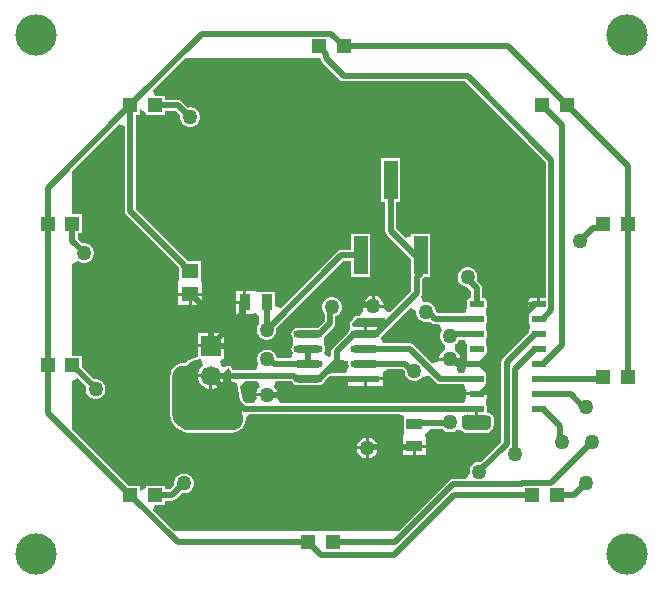
<source format=gtl>
G04*
G04 #@! TF.GenerationSoftware,Altium Limited,Altium Designer,25.2.1 (25)*
G04*
G04 Layer_Physical_Order=1*
G04 Layer_Color=255*
%FSLAX44Y44*%
%MOMM*%
G71*
G04*
G04 #@! TF.SameCoordinates,F4E26A61-E02E-48EF-B3E5-39454B4B8AAE*
G04*
G04*
G04 #@! TF.FilePolarity,Positive*
G04*
G01*
G75*
G04:AMPARAMS|DCode=13|XSize=0.55mm|YSize=1.25mm|CornerRadius=0.0495mm|HoleSize=0mm|Usage=FLASHONLY|Rotation=270.000|XOffset=0mm|YOffset=0mm|HoleType=Round|Shape=RoundedRectangle|*
%AMROUNDEDRECTD13*
21,1,0.5500,1.1510,0,0,270.0*
21,1,0.4510,1.2500,0,0,270.0*
1,1,0.0990,-0.5755,-0.2255*
1,1,0.0990,-0.5755,0.2255*
1,1,0.0990,0.5755,0.2255*
1,1,0.0990,0.5755,-0.2255*
%
%ADD13ROUNDEDRECTD13*%
%ADD14R,1.2000X1.2000*%
%ADD15R,1.4000X0.9500*%
%ADD16R,1.1900X3.3000*%
G04:AMPARAMS|DCode=17|XSize=2.4692mm|YSize=0.6221mm|CornerRadius=0.3111mm|HoleSize=0mm|Usage=FLASHONLY|Rotation=180.000|XOffset=0mm|YOffset=0mm|HoleType=Round|Shape=RoundedRectangle|*
%AMROUNDEDRECTD17*
21,1,2.4692,0.0000,0,0,180.0*
21,1,1.8470,0.6221,0,0,180.0*
1,1,0.6221,-0.9235,0.0000*
1,1,0.6221,0.9235,0.0000*
1,1,0.6221,0.9235,0.0000*
1,1,0.6221,-0.9235,0.0000*
%
%ADD17ROUNDEDRECTD17*%
%ADD18R,2.4692X0.6221*%
%ADD19R,0.9500X1.4000*%
%ADD20R,1.4500X1.2000*%
%ADD27C,0.5000*%
%ADD28R,1.7000X1.7000*%
%ADD29C,1.7000*%
%ADD30C,3.5000*%
%ADD31C,1.2700*%
G36*
X890761Y1048244D02*
X891756Y1046756D01*
X906756Y1031756D01*
X908244Y1030761D01*
X910000Y1030412D01*
X1013100D01*
X1081432Y962079D01*
Y847693D01*
X1081025Y847359D01*
X1076540D01*
Y842010D01*
X1075270D01*
Y840740D01*
X1066421D01*
Y839755D01*
X1066656Y838571D01*
X1066822Y838322D01*
X1067311Y837070D01*
X1067165Y832539D01*
X1066971Y831565D01*
Y827055D01*
X1067165Y826081D01*
X1067271Y825922D01*
X1067716Y824273D01*
Y821647D01*
X1067271Y819998D01*
X1067165Y819838D01*
X1066971Y818865D01*
Y818300D01*
X1044756Y796084D01*
X1043761Y794596D01*
X1043412Y792840D01*
Y725245D01*
X1026429Y708262D01*
X1026099Y708350D01*
X1023901D01*
X1021777Y707781D01*
X1019873Y706682D01*
X1018318Y705127D01*
X1017219Y703223D01*
X1016650Y701099D01*
Y698901D01*
X1016694Y698738D01*
X1014158Y694462D01*
X1013200Y693738D01*
X1002876D01*
X1001120Y693389D01*
X999631Y692394D01*
X957237Y650000D01*
X765989D01*
X748608Y667381D01*
X750521Y672000D01*
X758500D01*
Y675412D01*
X765000D01*
X766756Y675761D01*
X768244Y676756D01*
X773300Y681811D01*
X773901Y681650D01*
X776099D01*
X778223Y682219D01*
X780127Y683318D01*
X781682Y684873D01*
X782781Y686777D01*
X783350Y688901D01*
Y691099D01*
X782781Y693223D01*
X781682Y695127D01*
X780127Y696682D01*
X778223Y697781D01*
X776099Y698350D01*
X773901D01*
X771777Y697781D01*
X769873Y696682D01*
X768318Y695127D01*
X767219Y693223D01*
X766650Y691099D01*
Y688901D01*
X766811Y688300D01*
X763500Y684989D01*
X758500Y685555D01*
Y688000D01*
X742500D01*
Y686035D01*
X737500Y683362D01*
X737500Y683362D01*
Y688000D01*
X727989D01*
X680000Y735989D01*
Y776940D01*
X685000Y779011D01*
X691917Y772095D01*
X691650Y771099D01*
Y768901D01*
X692219Y766777D01*
X693318Y764873D01*
X694873Y763318D01*
X696777Y762219D01*
X698901Y761650D01*
X701099D01*
X703223Y762219D01*
X705127Y763318D01*
X706682Y764873D01*
X707781Y766777D01*
X708350Y768901D01*
Y771099D01*
X707781Y773223D01*
X706682Y775127D01*
X705127Y776682D01*
X703223Y777781D01*
X701099Y778350D01*
X698901D01*
X698694Y778295D01*
X688500Y788489D01*
Y798000D01*
X680000D01*
Y876120D01*
X684873Y878318D01*
X686777Y877219D01*
X688901Y876650D01*
X691099D01*
X693223Y877219D01*
X695127Y878318D01*
X696682Y879873D01*
X697781Y881777D01*
X698350Y883901D01*
Y886099D01*
X697781Y888223D01*
X696682Y890127D01*
X695127Y891682D01*
X693223Y892781D01*
X691099Y893350D01*
X688901D01*
X688763Y893313D01*
X685088Y896987D01*
Y902000D01*
X688500D01*
Y918000D01*
X680000D01*
Y954011D01*
X720292Y994304D01*
X724912Y992390D01*
Y920500D01*
X725261Y918744D01*
X726256Y917256D01*
X770750Y872761D01*
Y863316D01*
X770210Y858540D01*
X770210Y857224D01*
Y851270D01*
X780000D01*
X789790D01*
Y857224D01*
X789790Y858540D01*
X789250Y863316D01*
Y878000D01*
X778489D01*
X734088Y922401D01*
Y1002000D01*
X737500D01*
Y1006638D01*
X737500Y1006638D01*
X742500Y1003965D01*
Y1002000D01*
X758500D01*
Y1005412D01*
X768100D01*
X771811Y1001700D01*
X771650Y1001099D01*
Y998901D01*
X772219Y996777D01*
X773318Y994873D01*
X774873Y993318D01*
X776777Y992219D01*
X778901Y991650D01*
X781099D01*
X783223Y992219D01*
X785127Y993318D01*
X786682Y994873D01*
X787781Y996777D01*
X788350Y998901D01*
Y1001099D01*
X787781Y1003223D01*
X786682Y1005127D01*
X785127Y1006682D01*
X783223Y1007781D01*
X781099Y1008350D01*
X778901D01*
X778300Y1008189D01*
X773244Y1013244D01*
X771756Y1014239D01*
X770000Y1014588D01*
X758500D01*
Y1018000D01*
X750521D01*
X748608Y1022619D01*
X775989Y1050000D01*
X890412D01*
X890761Y1048244D01*
D02*
G37*
%LPC*%
G36*
X932550Y901500D02*
X916650D01*
Y887588D01*
X907656D01*
X905900Y887239D01*
X904411Y886244D01*
X856660Y838493D01*
X851660Y840564D01*
Y852280D01*
X838476D01*
X833700Y852820D01*
X833384Y852820D01*
X827680D01*
Y843280D01*
Y833740D01*
X833384D01*
X833700Y833740D01*
X835281Y833919D01*
X838262Y831582D01*
X838533Y830691D01*
X838537Y825690D01*
X838146Y825299D01*
X837047Y823395D01*
X836478Y821271D01*
Y819073D01*
X837047Y816949D01*
X838146Y815045D01*
X839701Y813490D01*
X841605Y812391D01*
X843729Y811822D01*
X845927D01*
X848051Y812391D01*
X849955Y813490D01*
X851510Y815045D01*
X852609Y816949D01*
X853178Y819073D01*
Y821271D01*
X853017Y821872D01*
X909556Y878412D01*
X916650D01*
Y864500D01*
X932550D01*
Y901500D01*
D02*
G37*
G36*
X825140Y852820D02*
X819120D01*
Y844550D01*
X825140D01*
Y852820D01*
D02*
G37*
G36*
X1074000Y847359D02*
X1069515D01*
X1068331Y847124D01*
X1067327Y846453D01*
X1066656Y845449D01*
X1066421Y844265D01*
Y843280D01*
X1074000D01*
Y847359D01*
D02*
G37*
G36*
X789790Y848730D02*
X781270D01*
Y841460D01*
X789790D01*
Y848730D01*
D02*
G37*
G36*
X778730D02*
X770210D01*
Y841460D01*
X778730D01*
Y848730D01*
D02*
G37*
G36*
X936270Y848863D02*
Y841270D01*
X943863D01*
X943284Y843431D01*
X942114Y845459D01*
X940459Y847114D01*
X938431Y848284D01*
X936270Y848863D01*
D02*
G37*
G36*
X933730D02*
X931569Y848284D01*
X929541Y847114D01*
X927886Y845459D01*
X926716Y843431D01*
X926137Y841270D01*
X933730D01*
Y848863D01*
D02*
G37*
G36*
X957950Y965500D02*
X942050D01*
Y928500D01*
X945412D01*
Y903950D01*
X945761Y902194D01*
X946756Y900706D01*
X967450Y880011D01*
Y864993D01*
X967362Y864550D01*
Y852849D01*
X949666Y835154D01*
X947869Y835262D01*
X944001Y838730D01*
X926137D01*
X926590Y837039D01*
X926441Y836174D01*
X923559Y832039D01*
X921240D01*
X921176Y832026D01*
X921111Y832035D01*
X920787Y831949D01*
X920459Y831884D01*
X920405Y831848D01*
X920342Y831831D01*
X920076Y831628D01*
X919798Y831442D01*
X919761Y831387D01*
X919709Y831348D01*
X915886Y827006D01*
X915883Y827001D01*
X915878Y826997D01*
X915682Y826655D01*
X915486Y826318D01*
X915486Y826312D01*
X915483Y826307D01*
X915433Y825917D01*
X915381Y825529D01*
X915382Y825523D01*
X915382Y825517D01*
X915526Y823436D01*
X915620Y823092D01*
X915699Y822743D01*
X915519Y820929D01*
X913752Y817716D01*
X913708Y817665D01*
X900996Y804954D01*
X900001Y803465D01*
X899652Y801709D01*
Y798849D01*
X898024Y797425D01*
X893024Y799693D01*
Y800129D01*
X893128Y800381D01*
X894153Y801916D01*
X894550Y803910D01*
X894153Y805904D01*
X893128Y807439D01*
X893024Y807691D01*
Y812829D01*
X893128Y813081D01*
X894153Y814616D01*
X894233Y815015D01*
X901771Y822553D01*
X902766Y824042D01*
X903115Y825798D01*
Y831340D01*
X903223Y831369D01*
X905127Y832468D01*
X906682Y834023D01*
X907781Y835927D01*
X908350Y838051D01*
Y840249D01*
X907781Y842373D01*
X906682Y844277D01*
X905127Y845832D01*
X903223Y846931D01*
X901099Y847500D01*
X898901D01*
X896777Y846931D01*
X894873Y845832D01*
X893318Y844277D01*
X892219Y842373D01*
X891650Y840249D01*
Y838051D01*
X892219Y835927D01*
X893318Y834023D01*
X893939Y833403D01*
Y827698D01*
X888061Y821821D01*
X870869D01*
X868875Y821424D01*
X867184Y820295D01*
X866055Y818604D01*
X865658Y816610D01*
X866055Y814616D01*
X867080Y813081D01*
X867184Y812829D01*
Y807691D01*
X867080Y807439D01*
X866055Y805904D01*
X865658Y803910D01*
X866055Y801916D01*
X866802Y800798D01*
X866146Y798290D01*
X864810Y795798D01*
X853350D01*
Y796099D01*
X852781Y798223D01*
X851682Y800127D01*
X850127Y801682D01*
X848223Y802781D01*
X846099Y803350D01*
X843901D01*
X841777Y802781D01*
X839873Y801682D01*
X838318Y800127D01*
X837219Y798223D01*
X836650Y796099D01*
Y793901D01*
X837219Y791777D01*
X837877Y790638D01*
X836974Y787866D01*
X835482Y785638D01*
X816108D01*
X815491Y787127D01*
X815177Y787886D01*
X815065Y788053D01*
X814988Y788238D01*
X814839Y788462D01*
X814838D01*
X814558Y788742D01*
X814558D01*
X814280Y789022D01*
X814280D01*
X814278Y789023D01*
X814276Y789025D01*
X814276D01*
X813908Y789177D01*
X813546Y789328D01*
X812620Y789515D01*
X812341Y789516D01*
X812065Y789550D01*
X811946Y789517D01*
X811824Y789517D01*
X811566Y789411D01*
X811298Y789337D01*
X811298Y789337D01*
X810749Y789060D01*
X810749Y789060D01*
X810748Y789059D01*
X810714Y789035D01*
X810685Y789026D01*
X810685D01*
X810685Y789026D01*
X809396Y788596D01*
X807200Y788862D01*
X805146Y793171D01*
X806727Y795410D01*
X808600D01*
Y805180D01*
X797560D01*
X786520D01*
Y796779D01*
X783768Y796231D01*
X783583Y796155D01*
X783386Y796115D01*
X779746Y794608D01*
X779579Y794496D01*
X779394Y794419D01*
X776118Y792231D01*
X775976Y792088D01*
X775809Y791977D01*
X775496Y791664D01*
X775121Y791714D01*
X774928Y791702D01*
X774736Y791729D01*
X772943Y791626D01*
X772755Y791577D01*
X772561Y791568D01*
X770819Y791130D01*
X770644Y791046D01*
X770456Y791000D01*
X768827Y790242D01*
X768671Y790127D01*
X768494Y790047D01*
X767298Y789183D01*
X767078Y788946D01*
X766841Y788727D01*
X764053Y784881D01*
X764015Y784800D01*
X763956Y784734D01*
X763850Y784441D01*
X763720Y784158D01*
X763717Y784070D01*
X763687Y783986D01*
X762983Y779277D01*
X762990Y779125D01*
X762961Y778976D01*
Y750000D01*
Y748523D01*
X763000Y748326D01*
Y748125D01*
X763576Y745227D01*
X763653Y745041D01*
X763692Y744844D01*
X764823Y742114D01*
X764935Y741947D01*
X765012Y741762D01*
X766653Y739305D01*
X766795Y739163D01*
X766907Y738996D01*
X768996Y736907D01*
X769163Y736795D01*
X769305Y736653D01*
X771762Y735012D01*
X771947Y734935D01*
X772114Y734823D01*
X774844Y733692D01*
X775041Y733653D01*
X775227Y733576D01*
X778125Y733000D01*
X778326D01*
X778523Y732961D01*
X815985D01*
X816182Y733000D01*
X816383D01*
X818315Y733384D01*
X818500Y733461D01*
X818697Y733500D01*
X820517Y734254D01*
X820684Y734366D01*
X820870Y734443D01*
X822507Y735537D01*
X822650Y735679D01*
X822816Y735791D01*
X824209Y737183D01*
X824321Y737350D01*
X824463Y737493D01*
X825557Y739130D01*
X825634Y739316D01*
X825746Y739483D01*
X826500Y741303D01*
X826539Y741500D01*
X826616Y741685D01*
X827000Y743617D01*
Y743818D01*
X827039Y744015D01*
Y745000D01*
X830320Y748522D01*
X956734D01*
X961000Y746750D01*
Y733566D01*
X960460Y728790D01*
X960460Y728474D01*
Y722770D01*
X970000D01*
X979540D01*
Y728474D01*
X979540Y728790D01*
X979260Y731262D01*
X982788Y736262D01*
X993630D01*
X994873Y735018D01*
X996777Y733919D01*
X998901Y733350D01*
X1001099D01*
X1003223Y733919D01*
X1004244Y734508D01*
X1005768Y735126D01*
X1008443Y735578D01*
X1011035Y734113D01*
X1011387Y733877D01*
X1013225Y733116D01*
X1014005Y732961D01*
X1030994D01*
X1031775Y733116D01*
X1033613Y733877D01*
X1034274Y734319D01*
X1035681Y735726D01*
X1036123Y736387D01*
X1036884Y738225D01*
X1037039Y739005D01*
Y746083D01*
X1036991Y746326D01*
X1036979Y746573D01*
X1036914Y746713D01*
X1036884Y746863D01*
X1036746Y747069D01*
X1036641Y747294D01*
X1036527Y747397D01*
X1036442Y747525D01*
X1036236Y747663D01*
X1036053Y747829D01*
X1033900Y749127D01*
X1033646Y749218D01*
X1033406Y749342D01*
X1030909Y750052D01*
X1031069Y750855D01*
Y755365D01*
X1030898Y756223D01*
X1030875Y756339D01*
X1030875Y756339D01*
X1030766Y759732D01*
X1031145Y761937D01*
X1031218Y762122D01*
X1031384Y762371D01*
X1031619Y763555D01*
Y764540D01*
X1022770D01*
X1013921D01*
Y763555D01*
X1014091Y762698D01*
X1014079Y762203D01*
X1012338Y758426D01*
X1011723Y757698D01*
X856823D01*
X855271Y759395D01*
X853587Y762698D01*
X853863Y763730D01*
X836137D01*
X836413Y762698D01*
X834729Y759395D01*
X833177Y757698D01*
X827401D01*
X824461Y760638D01*
X822657Y771462D01*
X826753Y776462D01*
X837073D01*
X838398Y774128D01*
X838889Y771462D01*
X837886Y770459D01*
X836716Y768431D01*
X836137Y766270D01*
X853863D01*
X853284Y768431D01*
X852114Y770459D01*
X851111Y771462D01*
X851602Y774128D01*
X852927Y776462D01*
X866091D01*
X867184Y774825D01*
X868875Y773696D01*
X870869Y773299D01*
X889339D01*
X891333Y773696D01*
X893024Y774825D01*
X894153Y776516D01*
X894233Y776915D01*
X898014Y780696D01*
X898233Y780705D01*
X898502Y780683D01*
X898627Y780723D01*
X898758Y780728D01*
X898846Y780769D01*
X900303Y781059D01*
X910929D01*
X911928Y781059D01*
X913402Y776715D01*
X913490Y776272D01*
Y772859D01*
X927106D01*
Y778510D01*
X928376D01*
Y779780D01*
X943262D01*
Y784161D01*
X947242Y786622D01*
X959806D01*
X961650Y784778D01*
Y783901D01*
X962219Y781777D01*
X963318Y779873D01*
X964873Y778318D01*
X966777Y777219D01*
X968901Y776650D01*
X971099D01*
X973223Y777219D01*
X975127Y778318D01*
X976682Y779873D01*
X976766Y780019D01*
X981582Y781249D01*
X982772Y781084D01*
X988590Y775266D01*
X990078Y774271D01*
X991834Y773922D01*
X1011723D01*
X1012338Y773194D01*
X1014079Y769417D01*
X1014091Y768922D01*
X1013921Y768065D01*
Y767080D01*
X1022770D01*
X1031619D01*
Y768065D01*
X1031384Y769249D01*
X1031218Y769498D01*
X1031145Y769683D01*
X1030766Y771888D01*
X1030875Y775281D01*
X1030875Y775282D01*
X1030898Y775397D01*
X1031069Y776255D01*
Y780765D01*
X1030898Y781623D01*
X1030875Y781739D01*
X1030875Y781739D01*
X1030766Y785132D01*
X1031145Y787337D01*
X1031218Y787522D01*
X1031384Y787771D01*
X1031619Y788955D01*
Y789940D01*
X1022770D01*
X1013921D01*
Y788955D01*
X1014091Y788098D01*
X1014079Y787603D01*
X1012338Y783826D01*
X1011795Y783184D01*
X1007011Y783531D01*
X1005729Y787129D01*
X1005670Y788098D01*
X1007114Y789541D01*
X1008284Y791569D01*
X1008863Y793730D01*
X990885D01*
X986482Y791782D01*
X985155Y791678D01*
X969678Y807154D01*
X968190Y808149D01*
X966434Y808498D01*
X943670D01*
X942334Y810990D01*
X941678Y813498D01*
X942425Y814616D01*
X942505Y815015D01*
X965907Y838417D01*
X967059Y838283D01*
X971650Y836099D01*
Y833901D01*
X972219Y831777D01*
X973318Y829873D01*
X974873Y828318D01*
X976777Y827219D01*
X978901Y826650D01*
X981099D01*
X983223Y827219D01*
X983320Y827275D01*
X984529Y826066D01*
X986018Y825071D01*
X987774Y824722D01*
X990842D01*
X992619Y821424D01*
X993084Y819722D01*
X992219Y818223D01*
X991650Y816099D01*
Y813901D01*
X992219Y811777D01*
X993318Y809873D01*
X994873Y808318D01*
X995254Y808098D01*
X995683Y806527D01*
X995607Y803555D01*
X995284Y802542D01*
X994541Y802114D01*
X992886Y800459D01*
X991716Y798431D01*
X991137Y796270D01*
X1008863D01*
X1008284Y798431D01*
X1007114Y800459D01*
X1005459Y802114D01*
X1004716Y802542D01*
X1004393Y803555D01*
X1004317Y806527D01*
X1004746Y808098D01*
X1005127Y808318D01*
X1006682Y809873D01*
X1007527Y811337D01*
X1012404Y811520D01*
X1013111Y810626D01*
X1014553Y807389D01*
X1014592Y806772D01*
X1014471Y806165D01*
Y801655D01*
X1014642Y800797D01*
X1014665Y800682D01*
X1014665Y800681D01*
X1014774Y797288D01*
X1014395Y795083D01*
X1014322Y794898D01*
X1014156Y794649D01*
X1013921Y793465D01*
Y792480D01*
X1022770D01*
X1031619D01*
Y793465D01*
X1031384Y794649D01*
X1031218Y794898D01*
X1031145Y795083D01*
X1030766Y797288D01*
X1030875Y800681D01*
X1030875Y800682D01*
X1030898Y800797D01*
X1031069Y801655D01*
Y806165D01*
X1030875Y807139D01*
X1030769Y807298D01*
X1030324Y808947D01*
Y811573D01*
X1030769Y813222D01*
X1030875Y813382D01*
X1031069Y814355D01*
Y818865D01*
X1030875Y819838D01*
X1030769Y819998D01*
X1030324Y821647D01*
Y824273D01*
X1030769Y825922D01*
X1030875Y826081D01*
X1031069Y827055D01*
Y831565D01*
X1030875Y832539D01*
X1030769Y832698D01*
X1030324Y834347D01*
Y836973D01*
X1030769Y838622D01*
X1030875Y838782D01*
X1031069Y839755D01*
Y844265D01*
X1030875Y845238D01*
X1030324Y846064D01*
X1029499Y846615D01*
X1028525Y846809D01*
X1027358D01*
Y855146D01*
X1027009Y856902D01*
X1026014Y858391D01*
X1022725Y861680D01*
X1022781Y861777D01*
X1023350Y863901D01*
Y866099D01*
X1022781Y868223D01*
X1021682Y870127D01*
X1020127Y871682D01*
X1018223Y872781D01*
X1016099Y873350D01*
X1013901D01*
X1011777Y872781D01*
X1009873Y871682D01*
X1008318Y870127D01*
X1007219Y868223D01*
X1006650Y866099D01*
Y863901D01*
X1007219Y861777D01*
X1008318Y859873D01*
X1009873Y858318D01*
X1011777Y857219D01*
X1013901Y856650D01*
X1014778D01*
X1018182Y853246D01*
Y846809D01*
X1017015D01*
X1016041Y846615D01*
X1015216Y846064D01*
X1014665Y845238D01*
X1014471Y844265D01*
Y839755D01*
X1014642Y838898D01*
X1014663Y838777D01*
X1013563Y835597D01*
X1012372Y833898D01*
X989674D01*
X988350Y835222D01*
Y836099D01*
X987781Y838223D01*
X986682Y840127D01*
X985127Y841682D01*
X983223Y842781D01*
X981099Y843350D01*
X978901D01*
X977549Y842988D01*
X977266Y843244D01*
X975194Y847705D01*
X976189Y849193D01*
X976538Y850949D01*
Y862650D01*
X978389Y864500D01*
X983350D01*
Y901500D01*
X967450D01*
Y899521D01*
X962831Y897608D01*
X954588Y905851D01*
Y928500D01*
X957950D01*
Y965500D01*
D02*
G37*
G36*
X825140Y842010D02*
X819120D01*
Y833740D01*
X825140D01*
Y842010D01*
D02*
G37*
G36*
X808600Y817490D02*
X798830D01*
Y807720D01*
X808600D01*
Y817490D01*
D02*
G37*
G36*
X796290D02*
X786520D01*
Y807720D01*
X796290D01*
Y817490D01*
D02*
G37*
G36*
X943262Y777240D02*
X929646D01*
Y772859D01*
X943262D01*
Y777240D01*
D02*
G37*
G36*
X931270Y728863D02*
Y721270D01*
X938863D01*
X938284Y723431D01*
X937114Y725459D01*
X935459Y727114D01*
X933431Y728284D01*
X931270Y728863D01*
D02*
G37*
G36*
X928730D02*
X926569Y728284D01*
X924541Y727114D01*
X922886Y725459D01*
X921716Y723431D01*
X921137Y721270D01*
X928730D01*
Y728863D01*
D02*
G37*
G36*
X979540Y720230D02*
X971270D01*
Y714210D01*
X979540D01*
Y720230D01*
D02*
G37*
G36*
X968730D02*
X960460D01*
Y714210D01*
X968730D01*
Y720230D01*
D02*
G37*
G36*
X938863Y718730D02*
X931270D01*
Y711137D01*
X933431Y711716D01*
X935459Y712886D01*
X937114Y714541D01*
X938284Y716569D01*
X938863Y718730D01*
D02*
G37*
G36*
X928730D02*
X921137D01*
X921716Y716569D01*
X922886Y714541D01*
X924541Y712886D01*
X926569Y711716D01*
X928730Y711137D01*
Y718730D01*
D02*
G37*
%LPD*%
G36*
X945000Y824037D02*
X942274Y822391D01*
X939816Y821933D01*
X937611Y822371D01*
X929646D01*
Y816610D01*
X927106D01*
Y822371D01*
X919141D01*
X918216Y822959D01*
X917560Y823577D01*
X917416Y825658D01*
X921240Y830000D01*
X945000D01*
Y824037D01*
D02*
G37*
G36*
X790982Y790000D02*
X790781Y789884D01*
X788726Y787829D01*
X787272Y785311D01*
Y785311D01*
X786520Y782503D01*
Y782320D01*
X797560D01*
X808600D01*
Y782503D01*
X808418Y783181D01*
X811667Y787239D01*
X812217Y787516D01*
X813143Y787329D01*
X813293Y787105D01*
X814424Y784375D01*
X815000Y781477D01*
Y776667D01*
X820000Y775000D01*
X825000Y745000D01*
Y744015D01*
X824616Y742083D01*
X823862Y740263D01*
X822767Y738625D01*
X821375Y737233D01*
X819737Y736138D01*
X817917Y735384D01*
X815985Y735000D01*
X778523D01*
X775625Y735576D01*
X772895Y736707D01*
X770438Y738349D01*
X768349Y740438D01*
X766707Y742895D01*
X765576Y745625D01*
X765000Y748523D01*
Y750000D01*
Y778976D01*
X765704Y783684D01*
X768491Y787530D01*
X769688Y788393D01*
X771317Y789152D01*
X773059Y789590D01*
X774852Y789693D01*
X776226Y789510D01*
X777251Y790535D01*
X780527Y792724D01*
X784166Y794231D01*
X788030Y795000D01*
X789642D01*
X790982Y790000D01*
D02*
G37*
G36*
X913477Y793258D02*
X914144Y792287D01*
X913930Y791210D01*
X914297Y789365D01*
X914024Y787991D01*
X912109Y783369D01*
X911928Y783098D01*
X900102D01*
X898346Y782749D01*
X898274Y782709D01*
X897137Y782885D01*
X895990Y789134D01*
X896787Y790088D01*
X896960Y790096D01*
X900806Y790861D01*
X904428Y792362D01*
X907688Y794540D01*
X913477Y793258D01*
D02*
G37*
G36*
X1024040Y747761D02*
X1028525D01*
X1029709Y747996D01*
X1030000Y748190D01*
X1032848Y747380D01*
X1035000Y746083D01*
Y739005D01*
X1034239Y737168D01*
X1032832Y735761D01*
X1030994Y735000D01*
X1014005D01*
X1012168Y735761D01*
X1010761Y737168D01*
X1010000Y739005D01*
Y746891D01*
X1013963Y748349D01*
X1015000Y748551D01*
X1015831Y747996D01*
X1017015Y747761D01*
X1021500D01*
Y753110D01*
X1024040D01*
Y747761D01*
D02*
G37*
%LPC*%
G36*
X808600Y779780D02*
X798830D01*
Y770010D01*
X799013D01*
X801821Y770762D01*
X804339Y772216D01*
X806394Y774271D01*
X807848Y776789D01*
X808600Y779597D01*
Y779780D01*
D02*
G37*
G36*
X796290D02*
X786520D01*
Y779597D01*
X787272Y776789D01*
X788726Y774271D01*
X790781Y772216D01*
X793299Y770762D01*
X796107Y770010D01*
X796290D01*
Y779780D01*
D02*
G37*
%LPD*%
D13*
X1075270Y753110D02*
D03*
Y765810D02*
D03*
Y778510D02*
D03*
Y791210D02*
D03*
Y803910D02*
D03*
Y816610D02*
D03*
Y829310D02*
D03*
Y842010D02*
D03*
X1022770Y753110D02*
D03*
Y765810D02*
D03*
Y778510D02*
D03*
Y791210D02*
D03*
Y803910D02*
D03*
Y816610D02*
D03*
Y829310D02*
D03*
Y842010D02*
D03*
D14*
X680500Y910000D02*
D03*
X659500D02*
D03*
X680500Y790000D02*
D03*
X659500D02*
D03*
X750500Y680000D02*
D03*
X729500D02*
D03*
X1129500Y780000D02*
D03*
X1150500D02*
D03*
X1129500Y910000D02*
D03*
X1150500D02*
D03*
X1078250Y1010000D02*
D03*
X1099250D02*
D03*
X889000Y1060000D02*
D03*
X910000D02*
D03*
X750500Y1010000D02*
D03*
X729500D02*
D03*
X901250Y640000D02*
D03*
X880250D02*
D03*
X1090500Y680000D02*
D03*
X1069500D02*
D03*
D15*
X970000Y721500D02*
D03*
Y740000D02*
D03*
D16*
X975400Y883000D02*
D03*
X924600D02*
D03*
X950000Y947000D02*
D03*
D17*
X880104Y778510D02*
D03*
Y791210D02*
D03*
Y803910D02*
D03*
Y816610D02*
D03*
X928376D02*
D03*
Y803910D02*
D03*
Y791210D02*
D03*
D18*
Y778510D02*
D03*
D19*
X826410Y843280D02*
D03*
X844910D02*
D03*
D20*
X780000Y870000D02*
D03*
Y850000D02*
D03*
D27*
X729500Y920500D02*
Y1010000D01*
Y920500D02*
X775250Y874750D01*
Y873500D02*
Y874750D01*
Y873500D02*
X778750Y870000D01*
X780000D01*
X844828Y820172D02*
X907656Y883000D01*
X898527Y837677D02*
X900000Y839150D01*
X898527Y825798D02*
Y837677D01*
X880104Y816610D02*
X889339D01*
X933527Y841473D02*
X935000Y840000D01*
X890000Y850000D02*
X920000D01*
X889339Y816610D02*
X898527Y825798D01*
X920000Y850000D02*
X928527Y841473D01*
X933527D01*
X907656Y883000D02*
X924600D01*
X1090500Y680000D02*
X1105000D01*
X1115000Y690000D01*
X1000000Y815000D02*
X1001360Y816360D01*
X1022520D01*
X1022770Y816610D01*
X1085500Y690500D02*
X1120000Y725000D01*
X987774Y829310D02*
X1022770D01*
X901250Y640000D02*
X953726D01*
X1002876Y689150D01*
X1060286D01*
X1061636Y690500D01*
X1085500D01*
X1015000Y862916D02*
Y865000D01*
Y862916D02*
X1022770Y855146D01*
Y842010D02*
Y855146D01*
X961706Y791210D02*
X967916Y785000D01*
X970000D01*
X928376Y791210D02*
X961706D01*
X1000000Y795000D02*
X1002084D01*
X1005874Y791210D01*
X1022770D01*
X970850Y740850D02*
X999150D01*
X1000000Y741700D01*
X750500Y680000D02*
X765000D01*
X775000Y690000D01*
X1025000Y700000D02*
Y700344D01*
X1048000Y723344D01*
Y792840D01*
X1071770Y816610D01*
X1075270D01*
X1026270Y791210D02*
X1028740Y788740D01*
Y793680D02*
X1049020Y813960D01*
Y819260D02*
X1071770Y842010D01*
X1028740Y788740D02*
Y793680D01*
X1049020Y813960D02*
Y819260D01*
X1026270Y791210D02*
X1028740Y793680D01*
X680500Y790000D02*
X700000Y770500D01*
Y770000D02*
Y770500D01*
X1055000Y715000D02*
Y787140D01*
X1071770Y803910D01*
X1075270D01*
X845000Y795000D02*
X847084D01*
X850874Y791210D01*
X970000Y740000D02*
X970850Y740850D01*
X680500Y895087D02*
Y910000D01*
Y895087D02*
X690000Y885587D01*
Y885000D02*
Y885587D01*
X1093527Y726473D02*
X1095000Y725000D01*
X1093527Y726473D02*
Y738353D01*
X1078770Y753110D02*
X1093527Y738353D01*
X1075270Y753110D02*
X1078770D01*
X770000Y1010000D02*
X780000Y1000000D01*
X750500Y1010000D02*
X770000D01*
X980000Y835000D02*
X982084D01*
X987774Y829310D01*
X937611Y816610D02*
X971950Y850949D01*
X895000Y1050000D02*
X910000Y1035000D01*
X895000Y1050000D02*
Y1054000D01*
X889000Y1060000D02*
X895000Y1054000D01*
X910000Y1035000D02*
X1015000D01*
X1086020Y963980D01*
Y836560D02*
Y963980D01*
X1078770Y829310D02*
X1086020Y836560D01*
X1075270Y829310D02*
X1078770D01*
X1078250Y1010000D02*
X1095000Y993250D01*
X1078770Y791210D02*
X1095000Y807440D01*
Y993250D01*
X1126000Y906500D02*
X1129500Y910000D01*
X1121500Y906500D02*
X1126000D01*
X1110000Y895000D02*
X1121500Y906500D01*
X1102438Y765560D02*
X1112998Y755000D01*
X1075520Y765560D02*
X1102438D01*
X1112998Y755000D02*
X1115000D01*
X1075270Y791210D02*
X1078770D01*
X1075270Y765810D02*
X1075520Y765560D01*
Y778760D02*
X1128260D01*
X1129500Y780000D01*
X1075270Y778510D02*
X1075520Y778760D01*
X991834Y778510D02*
X1022770D01*
X966434Y803910D02*
X991834Y778510D01*
X928376Y803910D02*
X966434D01*
X846450Y806450D02*
X890000Y850000D01*
X797560Y806450D02*
X846450D01*
X844869Y843239D02*
X844910Y843280D01*
X844828Y820172D02*
X844869Y820213D01*
Y843239D01*
X825500Y753110D02*
X1022770D01*
X850874Y791210D02*
X880104D01*
Y803910D01*
X1003625Y680000D02*
X1069500D01*
X953125Y629500D02*
X1003625Y680000D01*
X890750Y629500D02*
X953125D01*
X880250Y640000D02*
X890750Y629500D01*
X769500Y640000D02*
X880250D01*
X729500Y680000D02*
X769500Y640000D01*
X659500Y750000D02*
X729500Y680000D01*
X659500Y750000D02*
Y790000D01*
Y910000D01*
Y940000D01*
X729500Y1010000D01*
X790000Y1070500D01*
X899500D01*
X910000Y1060000D01*
X1049250D01*
X1099250Y1010000D01*
X1150500Y958750D01*
Y910000D02*
Y958750D01*
Y780000D02*
Y910000D01*
X930000Y720000D02*
X930750Y720750D01*
X969250D01*
X970000Y721500D01*
X845000Y765000D02*
X886592D01*
X900102Y778510D01*
X928376D01*
X797560Y781050D02*
X867998D01*
X870538Y778510D01*
X880104D01*
X780000Y850000D02*
X781250D01*
X797560Y833690D01*
Y806450D02*
Y833690D01*
X824160Y841030D02*
X826410Y843280D01*
X824160Y833050D02*
Y841030D01*
X797560Y806450D02*
X824160Y833050D01*
X975400Y868000D02*
Y878550D01*
X950000Y903950D02*
X975400Y878550D01*
X950000Y903950D02*
Y932000D01*
X971950Y864550D02*
X975400Y868000D01*
X971950Y850949D02*
Y864550D01*
X928376Y816610D02*
X937611D01*
X1028740Y788740D02*
X1033520Y783960D01*
Y773060D02*
Y783960D01*
X1026270Y765810D02*
X1033520Y773060D01*
X1022770Y765810D02*
X1026270D01*
X1071770Y842010D02*
X1075270D01*
X880104Y778510D02*
X889339D01*
X904240Y793411D01*
Y801709D01*
X919141Y816610D01*
X928376D01*
X797560Y781050D02*
X825500Y753110D01*
D28*
X797560Y806450D02*
D03*
D29*
Y781050D02*
D03*
D30*
X1150000Y630000D02*
D03*
X650000D02*
D03*
Y1070000D02*
D03*
X1150000D02*
D03*
D31*
X900000Y839150D02*
D03*
X1115000Y690000D02*
D03*
X1000000Y815000D02*
D03*
X1120000Y725000D02*
D03*
X1015000Y865000D02*
D03*
X970000Y785000D02*
D03*
X1000000Y795000D02*
D03*
Y741700D02*
D03*
X775000Y690000D02*
D03*
X1025000Y700000D02*
D03*
X700000Y770000D02*
D03*
X1055000Y715000D02*
D03*
X845000Y795000D02*
D03*
X690000Y885000D02*
D03*
X1095000Y725000D02*
D03*
X780000Y1000000D02*
D03*
X980000Y835000D02*
D03*
X1110000Y895000D02*
D03*
X1115000Y755000D02*
D03*
X844828Y820172D02*
D03*
X930000Y720000D02*
D03*
X935000Y840000D02*
D03*
X845000Y765000D02*
D03*
M02*

</source>
